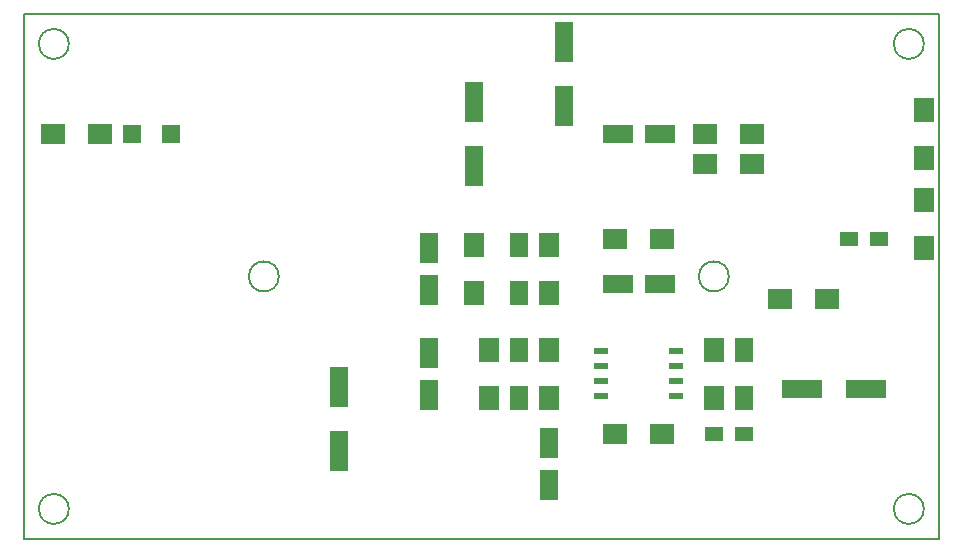
<source format=gbr>
%TF.GenerationSoftware,KiCad,Pcbnew,4.0.7*%
%TF.CreationDate,2018-04-11T16:25:57+03:00*%
%TF.ProjectId,radar_01,72616461725F30312E6B696361645F70,rev?*%
%TF.FileFunction,Paste,Top*%
%FSLAX46Y46*%
G04 Gerber Fmt 4.6, Leading zero omitted, Abs format (unit mm)*
G04 Created by KiCad (PCBNEW 4.0.7) date 04/11/18 16:25:57*
%MOMM*%
%LPD*%
G01*
G04 APERTURE LIST*
%ADD10C,0.100000*%
%ADD11C,0.150000*%
%ADD12R,1.700000X2.000000*%
%ADD13R,1.600000X3.500000*%
%ADD14R,1.600000X2.000000*%
%ADD15R,1.500000X1.500000*%
%ADD16R,2.000000X1.700000*%
%ADD17R,1.600000X2.600000*%
%ADD18R,2.600000X1.600000*%
%ADD19R,3.500000X1.600000*%
%ADD20R,1.143000X0.508000*%
%ADD21R,1.500000X1.250000*%
G04 APERTURE END LIST*
D10*
D11*
X152400000Y-54610000D02*
X227330000Y-54610000D01*
X227330000Y-99060000D02*
X152400000Y-99060000D01*
X152400000Y-99060000D02*
X152400000Y-54610000D01*
X229870000Y-99060000D02*
X227330000Y-99060000D01*
X229870000Y-54610000D02*
X229870000Y-99060000D01*
X227330000Y-54610000D02*
X229870000Y-54610000D01*
X173990000Y-76835000D02*
G75*
G03X173990000Y-76835000I-1270000J0D01*
G01*
X212090000Y-76835000D02*
G75*
G03X212090000Y-76835000I-1270000J0D01*
G01*
X156210000Y-96520000D02*
G75*
G03X156210000Y-96520000I-1270000J0D01*
G01*
X156210000Y-57150000D02*
G75*
G03X156210000Y-57150000I-1270000J0D01*
G01*
X228600000Y-96520000D02*
G75*
G03X228600000Y-96520000I-1270000J0D01*
G01*
X228600000Y-57150000D02*
G75*
G03X228600000Y-57150000I-1270000J0D01*
G01*
D12*
X228600000Y-74390000D03*
X228600000Y-70390000D03*
D13*
X190500000Y-67470000D03*
X190500000Y-62070000D03*
D14*
X194310000Y-83090000D03*
X194310000Y-87090000D03*
X194310000Y-74200000D03*
X194310000Y-78200000D03*
X213360000Y-83090000D03*
X213360000Y-87090000D03*
D15*
X164845000Y-64770000D03*
X161545000Y-64770000D03*
D12*
X196850000Y-83090000D03*
X196850000Y-87090000D03*
X191770000Y-83090000D03*
X191770000Y-87090000D03*
X190500000Y-78200000D03*
X190500000Y-74200000D03*
D16*
X206470000Y-90170000D03*
X202470000Y-90170000D03*
X154845000Y-64770000D03*
X158845000Y-64770000D03*
D12*
X196850000Y-74200000D03*
X196850000Y-78200000D03*
X210820000Y-83090000D03*
X210820000Y-87090000D03*
D16*
X210090000Y-67310000D03*
X214090000Y-67310000D03*
X206470000Y-73660000D03*
X202470000Y-73660000D03*
X214090000Y-64770000D03*
X210090000Y-64770000D03*
D12*
X228600000Y-62770000D03*
X228600000Y-66770000D03*
D16*
X216440000Y-78740000D03*
X220440000Y-78740000D03*
D17*
X196850000Y-90910000D03*
X196850000Y-94510000D03*
D13*
X179070000Y-86200000D03*
X179070000Y-91600000D03*
D17*
X186690000Y-83290000D03*
X186690000Y-86890000D03*
X186690000Y-78000000D03*
X186690000Y-74400000D03*
D18*
X206270000Y-64770000D03*
X202670000Y-64770000D03*
X206270000Y-77470000D03*
X202670000Y-77470000D03*
D19*
X223680000Y-86360000D03*
X218280000Y-86360000D03*
D13*
X198120000Y-56990000D03*
X198120000Y-62390000D03*
D20*
X207645000Y-83185000D03*
X207645000Y-84455000D03*
X207645000Y-85725000D03*
X207645000Y-86995000D03*
X201295000Y-86995000D03*
X201295000Y-85725000D03*
X201295000Y-84455000D03*
X201295000Y-83185000D03*
D21*
X224770000Y-73660000D03*
X222270000Y-73660000D03*
X210840000Y-90170000D03*
X213340000Y-90170000D03*
M02*

</source>
